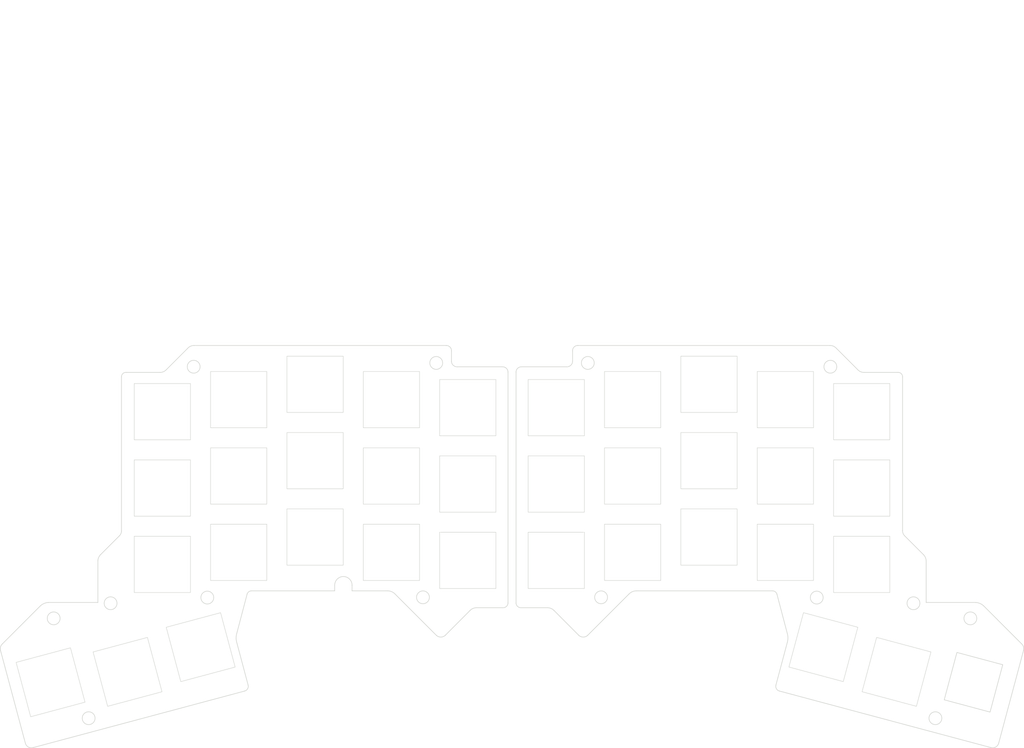
<source format=kicad_pcb>
(kicad_pcb (version 20211014) (generator pcbnew)
  (layers (0 "F.Cu" signal) (31 "B.Cu" signal) (34 "B.Paste" user) (35 "F.Paste" user) (36 "B.SilkS" user "B.Silkscreen") (37 "F.SilkS" user "F.Silkscreen") (38 "B.Mask" user) (39 "F.Mask" user) (44 "Edge.Cuts" user))
  (net 0 "")
  (footprint "jw_custom_footprint:CherryMX_Hotswap_cutout_switch_plate" (layer "F.Cu") (at 177.48662 97.331594)
    (fp_text reference "SW12" hide)
    (fp_text value "SW12")
    (fp_rect (start -7 -7) (end 7 7) (layer "Edge.Cuts") (width 0.12) (fill none))
  )
  (footprint "jw_custom_footprint:CherryMX_Hotswap_cutout_switch_plate" (layer "F.Cu") (at 177.48662 78.331994)
    (fp_text reference "SW7" hide)
    (fp_text value "SW7")
    (fp_rect (start -7 -7) (end 7 7) (layer "Edge.Cuts") (width 0.12) (fill none))
  )
  (footprint "jw_custom_footprint:RotaryEncoder_Alps_EC11E-Switch_Vertical_H20mm_cutout_switch_plate" (layer "F.Cu") (at 262.29748 129.657313 165)
    (fp_text reference "EC1" hide)
    (fp_text value "Rotary_Encoder_Switch")
    (fp_rect (start -5.9 -6.1) (end 5.9 6.1) (layer "Edge.Cuts") (width 0.15) (fill none))
  )
  (footprint "jw_custom_footprint:MountingHole_3.2mm_M3_cutout" (layer "F.Cu") (at 226.687447 51.14375)
    (fp_text reference "TH1" hide)
    (fp_text value "HOLE")
    (fp_circle (center 0 0) (end 1.6 0) (layer "Edge.Cuts") (width 0.15) (fill none))
  )
  (footprint "jw_custom_footprint:CherryMX_Hotswap_cutout_switch_plate" (layer "F.Cu") (at 158.48642 61.330994)
    (fp_text reference "SW1" hide)
    (fp_text value "SW1")
    (fp_rect (start -7 -7) (end 7 7) (layer "Edge.Cuts") (width 0.12) (fill none))
  )
  (footprint "jw_custom_footprint:CherryMX_Hotswap_cutout_switch_plate" (layer "F.Cu") (at 158.48642 80.331394)
    (fp_text reference "SW6" hide)
    (fp_text value "SW6")
    (fp_rect (start -7 -7) (end 7 7) (layer "Edge.Cuts") (width 0.12) (fill none))
  )
  (footprint "jw_custom_footprint:MountingHole_3.2mm_M3_cutout" (layer "F.Cu") (at 223.296492 108.5822)
    (fp_text reference "TH4" hide)
    (fp_text value "HOLE")
    (fp_circle (center 0 0) (end 1.6 0) (layer "Edge.Cuts") (width 0.15) (fill none))
  )
  (footprint "jw_custom_footprint:MountingHole_3.2mm_M3_cutout" (layer "F.Cu") (at 247.36228 109.997713 180)
    (fp_text reference "MCU_1" hide)
    (fp_text value "HOLE")
    (fp_circle (center 0 0) (end 1.6 0) (layer "Edge.Cuts") (width 0.15) (fill none))
  )
  (footprint "jw_custom_footprint:MountingHole_3.2mm_M3_cutout" (layer "F.Cu") (at 169.639047 108.51955)
    (fp_text reference "TH3" hide)
    (fp_text value "HOLE")
    (fp_circle (center 0 0) (end 1.6 0) (layer "Edge.Cuts") (width 0.15) (fill none))
  )
  (footprint "jw_custom_footprint:MountingHole_3.2mm_M3_cutout" (layer "F.Cu") (at 261.522054 113.756913)
    (fp_text reference "MCU_2" hide)
    (fp_text value "HOLE")
    (fp_circle (center 0 0) (end 1.6 0) (layer "Edge.Cuts") (width 0.15) (fill none))
  )
  (footprint "jw_custom_footprint:CherryMX_Hotswap_cutout_switch_plate" (layer "F.Cu") (at 243.14588 127.066513 -15)
    (fp_text reference "SW19" hide)
    (fp_text value "SW19")
    (fp_rect (start -7 -7) (end 7 7) (layer "Edge.Cuts") (width 0.12) (fill none))
  )
  (footprint "jw_custom_footprint:CherryMX_Hotswap_cutout_switch_plate" (layer "F.Cu") (at 196.48602 93.521794)
    (fp_text reference "SW13" hide)
    (fp_text value "SW13")
    (fp_rect (start -7 -7) (end 7 7) (layer "Edge.Cuts") (width 0.12) (fill none))
  )
  (footprint "jw_custom_footprint:MountingHole_3.2mm_M3_cutout" (layer "F.Cu") (at 252.82328 138.598113)
    (fp_text reference "TH5" hide)
    (fp_text value "HOLE")
    (fp_circle (center 0 0) (end 1.6 0) (layer "Edge.Cuts") (width 0.15) (fill none))
  )
  (footprint "jw_custom_footprint:CherryMX_Hotswap_cutout_switch_plate" (layer "F.Cu") (at 215.48622 59.331834)
    (fp_text reference "SW4" hide)
    (fp_text value "SW4")
    (fp_rect (start -7 -7) (end 7 7) (layer "Edge.Cuts") (width 0.12) (fill none))
  )
  (footprint "jw_custom_footprint:CherryMX_Hotswap_cutout_switch_plate" (layer "F.Cu") (at 177.48662 59.332394)
    (fp_text reference "SW2" hide)
    (fp_text value "SW2")
    (fp_rect (start -7 -7) (end 7 7) (layer "Edge.Cuts") (width 0.12) (fill none))
  )
  (footprint "jw_custom_footprint:CherryMX_Hotswap_cutout_switch_plate" (layer "F.Cu") (at 234.485918 62.332394)
    (fp_text reference "SW5" hide)
    (fp_text value "SW5")
    (fp_rect (start -7 -7) (end 7 7) (layer "Edge.Cuts") (width 0.12) (fill none))
  )
  (footprint "jw_custom_footprint:CherryMX_Hotswap_cutout_switch_plate" (layer "F.Cu") (at 215.48622 97.332194)
    (fp_text reference "SW14" hide)
    (fp_text value "SW14")
    (fp_rect (start -7 -7) (end 7 7) (layer "Edge.Cuts") (width 0.12) (fill none))
  )
  (footprint "jw_custom_footprint:CherryMX_Hotswap_cutout_switch_plate" (layer "F.Cu") (at 224.946054 120.920119 -15)
    (fp_text reference "SW18" hide)
    (fp_text value "SW18")
    (fp_rect (start -7 -7) (end 7 7) (layer "Edge.Cuts") (width 0.12) (fill none))
  )
  (footprint "jw_custom_footprint:CherryMX_Hotswap_cutout_switch_plate" (layer "F.Cu") (at 234.485918 100.332194)
    (fp_text reference "SW15" hide)
    (fp_text value "SW15")
    (fp_rect (start -7 -7) (end 7 7) (layer "Edge.Cuts") (width 0.12) (fill none))
  )
  (footprint "jw_custom_footprint:CherryMX_Hotswap_cutout_switch_plate" (layer "F.Cu") (at 215.48622 78.331794)
    (fp_text reference "SW9" hide)
    (fp_text value "SW9")
    (fp_rect (start -7 -7) (end 7 7) (layer "Edge.Cuts") (width 0.12) (fill none))
  )
  (footprint "jw_custom_footprint:CherryMX_Hotswap_cutout_switch_plate" (layer "F.Cu") (at 234.485918 81.332194)
    (fp_text reference "SW10" hide)
    (fp_text value "SW10")
    (fp_rect (start -7 -7) (end 7 7) (layer "Edge.Cuts") (width 0.12) (fill none))
  )
  (footprint "jw_custom_footprint:CherryMX_Hotswap_cutout_switch_plate" (layer "F.Cu") (at 196.48602 55.521634)
    (fp_text reference "SW3" hide)
    (fp_text value "SW3")
    (fp_rect (start -7 -7) (end 7 7) (layer "Edge.Cuts") (width 0.12) (fill none))
  )
  (footprint "jw_custom_footprint:MountingHole_3.2mm_M3_cutout" (layer "F.Cu") (at 166.33628 50.201913)
    (fp_text reference "TH2" hide)
    (fp_text value "HOLE")
    (fp_circle (center 0 0) (end 1.6 0) (layer "Edge.Cuts") (width 0.15) (fill none))
  )
  (footprint "jw_custom_footprint:CherryMX_Hotswap_cutout_switch_plate" (layer "F.Cu") (at 196.48602 74.521594)
    (fp_text reference "SW8" hide)
    (fp_text value "SW8")
    (fp_rect (start -7 -7) (end 7 7) (layer "Edge.Cuts") (width 0.12) (fill none))
  )
  (footprint "jw_custom_footprint:CherryMX_Hotswap_cutout_switch_plate" (layer "F.Cu") (at 158.48642 99.331794)
    (fp_text reference "SW11" hide)
    (fp_text value "SW11")
    (fp_rect (start -7 -7) (end 7 7) (layer "Edge.Cuts") (width 0.12) (fill none))
  )
  (footprint "jw_custom_footprint:CherryMX_Hotswap_cutout_switch_plate" (layer "B.Cu") (at 79.47142 78.331794 180)
    (fp_text reference "SW9" hide)
    (fp_text value "SW9")
    (fp_rect (start -7 7) (end 7 -7) (layer "Edge.Cuts") (width 0.12) (fill none))
  )
  (footprint "jw_custom_footprint:CherryMX_Hotswap_cutout_switch_plate" (layer "B.Cu") (at 136.47122 80.331394 180)
    (fp_text reference "SW6" hide)
    (fp_text value "SW6")
    (fp_rect (start -7 7) (end 7 -7) (layer "Edge.Cuts") (width 0.12) (fill none))
  )
  (footprint "jw_custom_footprint:CherryMX_Hotswap_cutout_switch_plate" (layer "B.Cu") (at 136.47122 99.331794 180)
    (fp_text reference "SW11" hide)
    (fp_text value "SW11")
    (fp_rect (start -7 7) (end 7 -7) (layer "Edge.Cuts") (width 0.12) (fill none))
  )
  (footprint "jw_custom_footprint:CherryMX_Hotswap_cutout_switch_plate" (layer "B.Cu") (at 51.81176 127.066513 -165)
    (fp_text reference "SW19" hide)
    (fp_text value "SW19")
    (fp_rect (start -7 7) (end 7 -7) (layer "Edge.Cuts") (width 0.12) (fill none))
  )
  (footprint "jw_custom_footprint:CherryMX_Hotswap_cutout_switch_plate" (layer "B.Cu") (at 79.47142 97.332194 180)
    (fp_text reference "SW14" hide)
    (fp_text value "SW14")
    (fp_rect (start -7 7) (end 7 -7) (layer "Edge.Cuts") (width 0.12) (fill none))
  )
  (footprint "jw_custom_footprint:MountingHole_3.2mm_M3_cutout" (layer "B.Cu") (at 125.318593 108.51955 180)
    (fp_text reference "TH3" hide)
    (fp_text value "HOLE")
    (fp_circle (center 0 0) (end 1.6 0) (layer "Edge.Cuts") (width 0.15) (fill none))
  )
  (footprint "jw_custom_footprint:MountingHole_3.2mm_M3_cutout" (layer "B.Cu") (at 42.13436 138.598113 180)
    (fp_text reference "TH5" hide)
    (fp_text value "HOLE")
    (fp_circle (center 0 0) (end 1.6 0) (layer "Edge.Cuts") (width 0.15) (fill none))
  )
  (footprint "jw_custom_footprint:MountingHole_3.2mm_M3_cutout" (layer "B.Cu") (at 47.59536 109.997713)
    (fp_text reference "MCU_1" hide)
    (fp_text value "HOLE")
    (fp_circle (center 0 0) (end 1.6 0) (layer "Edge.Cuts") (width 0.15) (fill none))
  )
  (footprint "jw_custom_footprint:MountingHole_3.2mm_M3_cutout" (layer "B.Cu") (at 33.435586 113.756913 180)
    (fp_text reference "MCU_2" hide)
    (fp_text value "HOLE")
    (fp_circle (center 0 0) (end 1.6 0) (layer "Edge.Cuts") (width 0.15) (fill none))
  )
  (footprint "jw_custom_footprint:CherryMX_Hotswap_cutout_switch_plate" (layer "B.Cu") (at 136.47122 61.330994 180)
    (fp_text reference "SW1" hide)
    (fp_text value "SW1")
    (fp_rect (start -7 7) (end 7 -7) (layer "Edge.Cuts") (width 0.12) (fill none))
  )
  (footprint "jw_custom_footprint:CherryMX_Hotswap_cutout_switch_plate" (layer "B.Cu") (at 60.471722 81.332194 180)
    (fp_text reference "SW10" hide)
    (fp_text value "SW10")
    (fp_rect (start -7 7) (end 7 -7) (layer "Edge.Cuts") (width 0.12) (fill none))
  )
  (footprint "jw_custom_footprint:CherryMX_Hotswap_cutout_switch_plate" (layer "B.Cu") (at 117.47102 78.331994 180)
    (fp_text reference "SW7" hide)
    (fp_text value "SW7")
    (fp_rect (start -7 7) (end 7 -7) (layer "Edge.Cuts") (width 0.12) (fill none))
  )
  (footprint "jw_custom_footprint:CherryMX_Hotswap_cutout_switch_plate" (layer "B.Cu") (at 98.47162 74.521594 180)
    (fp_text reference "SW8" hide)
    (fp_text value "SW8")
    (fp_rect (start -7 7) (end 7 -7) (layer "Edge.Cuts") (width 0.12) (fill none))
  )
  (footprint "jw_custom_footprint:CherryMX_Hotswap_cutout_switch_plate" (layer "B.Cu") (at 117.47102 97.331594 180)
    (fp_text reference "SW12" hide)
    (fp_text value "SW12")
    (fp_rect (start -7 7) (end 7 -7) (layer "Edge.Cuts") (width 0.12) (fill none))
  )
  (footprint "jw_custom_footprint:CherryMX_Hotswap_cutout_switch_plate" (layer "B.Cu") (at 98.47162 55.521634 180)
    (fp_text reference "SW3" hide)
    (fp_text value "SW3")
    (fp_rect (start -7 7) (end 7 -7) (layer "Edge.Cuts") (width 0.12) (fill none))
  )
  (footprint "jw_custom_footprint:CherryMX_Hotswap_cutout_switch_plate" (layer "B.Cu") (at 98.47162 93.521794 180)
    (fp_text reference "SW13" hide)
    (fp_text value "SW13")
    (fp_rect (start -7 7) (end 7 -7) (layer "Edge.Cuts") (width 0.12) (fill none))
  )
  (footprint "jw_custom_footprint:CherryMX_Hotswap_cutout_switch_plate" (layer "B.Cu") (at 117.47102 59.332394 180)
    (fp_text reference "SW2" hide)
    (fp_text value "SW2")
    (fp_rect (start -7 7) (end 7 -7) (layer "Edge.Cuts") (width 0.12) (fill none))
  )
  (footprint "jw_custom_footprint:CherryMX_Hotswap_cutout_switch_plate" (layer "B.Cu") (at 60.471722 62.332394 180)
    (fp_text reference "SW5" hide)
    (fp_text value "SW5")
    (fp_rect (start -7 7) (end 7 -7) (layer "Edge.Cuts") (width 0.12) (fill none))
  )
  (footprint "jw_custom_footprint:CherryMX_Hotswap_cutout_switch_plate" (layer "B.Cu") (at 70.011586 120.920119 -165)
    (fp_text reference "SW18" hide)
    (fp_text value "SW18")
    (fp_rect (start -7 7) (end 7 -7) (layer "Edge.Cuts") (width 0.12) (fill none))
  )
  (footprint "jw_custom_footprint:CherryMX_Hotswap_cutout_switch_plate" (layer "B.Cu") (at 32.66016 129.657311 -165)
    (fp_text reference "SW20" hide)
    (fp_text value "SW20")
    (fp_rect (start -7 7) (end 7 -7) (layer "Edge.Cuts") (width 0.12) (fill none))
  )
  (footprint "jw_custom_footprint:CherryMX_Hotswap_cutout_switch_plate" (layer "B.Cu") (at 60.471722 100.332194 180)
    (fp_text reference "SW15" hide)
    (fp_text value "SW15")
    (fp_rect (start -7 7) (end 7 -7) (layer "Edge.Cuts") (width 0.12) (fill none))
  )
  (footprint "jw_custom_footprint:MountingHole_3.2mm_M3_cutout" (layer "B.Cu") (at 71.661148 108.5822 180)
    (fp_text reference "TH4" hide)
    (fp_text value "HOLE")
    (fp_circle (center 0 0) (end 1.6 0) (layer "Edge.Cuts") (width 0.15) (fill none))
  )
  (footprint "jw_custom_footprint:CherryMX_Hotswap_cutout_switch_plate" (layer "B.Cu") (at 79.47142 59.331834 180)
    (fp_text reference "SW4" hide)
    (fp_text value "SW4")
    (fp_rect (start -7 7) (end 7 -7) (layer "Edge.Cuts") (width 0.12) (fill none))
  )
  (footprint "jw_custom_footprint:MountingHole_3.2mm_M3_cutout" (layer "B.Cu") (at 128.62136 50.201913 180)
    (fp_text reference "TH2" hide)
    (fp_text value "HOLE")
    (fp_circle (center 0 0) (end 1.6 0) (layer "Edge.Cuts") (width 0.15) (fill none))
  )
  (footprint "jw_custom_footprint:MountingHole_3.2mm_M3_cutout" (layer "B.Cu") (at 68.270193 51.14375 180)
    (fp_text reference "TH1" hide)
    (fp_text value "HOLE")
    (fp_circle (center 0 0) (end 1.6 0) (layer "Edge.Cuts") (width 0.15) (fill none))
  )
  (gr_arc (start 137.002593 111.824319) (mid 137.786061 111.283934) (end 138.721993 111.111119) (layer "Edge.Cuts") (width 0.15))
  (gr_line (start 245.191292 93.2434) (end 249.915692 97.9678) (layer "Edge.Cuts") (width 0.15))
  (gr_arc (start 61.450348 51.8922) (mid 60.757992 52.383111) (end 59.926348 52.5526) (layer "Edge.Cuts") (width 0.15))
  (gr_arc (start 148.47882 52.461429) (mid 148.880529 51.539812) (end 149.814292 51.167234) (layer "Edge.Cuts") (width 0.15))
  (gr_arc (start 235.031292 52.5526) (mid 234.199638 52.383133) (end 233.507292 51.8922) (layer "Edge.Cuts") (width 0.15))
  (gr_arc (start 149.609654 111.111119) (mid 148.821648 110.739338) (end 148.47882 109.938319) (layer "Edge.Cuts") (width 0.15))
  (gr_arc (start 215.960984 117.475) (mid 216.127306 118.59118) (end 215.981292 119.7102) (layer "Edge.Cuts") (width 0.15))
  (gr_arc (start 103.360348 105.5116) (mid 105.519348 103.3526) (end 107.678348 105.5116) (layer "Edge.Cuts") (width 0.15))
  (gr_line (start 164.042221 117.9322) (end 157.955047 111.824319) (layer "Edge.Cuts") (width 0.15))
  (gr_arc (start 162.546778 47.218194) (mid 162.903066 46.257679) (end 163.84708 45.8597) (layer "Edge.Cuts") (width 0.15))
  (gr_line (start 118.397148 107.7214) (end 128.658748 117.983) (layer "Edge.Cuts") (width 0.15))
  (gr_line (start 20.67136 120.106913) (end 30.106748 110.6678) (layer "Edge.Cuts") (width 0.15))
  (gr_arc (start 81.821148 130.3782) (mid 81.672145 131.306095) (end 80.906748 131.8514) (layer "Edge.Cuts") (width 0.15))
  (gr_arc (start 214.050892 131.8514) (mid 213.285494 131.306095) (end 213.136492 130.3782) (layer "Edge.Cuts") (width 0.15))
  (gr_line (start 215.960984 117.475) (end 213.390492 107.7214) (layer "Edge.Cuts") (width 0.15))
  (gr_line (start 20.21416 121.757913) (end 26.388284 144.811616) (layer "Edge.Cuts") (width 0.15))
  (gr_arc (start 66.784348 46.5582) (mid 67.496518 46.039337) (end 68.359148 45.8597) (layer "Edge.Cuts") (width 0.15))
  (gr_arc (start 50.307808 53.6702) (mid 50.635012 52.86741) (end 51.442748 52.5526) (layer "Edge.Cuts") (width 0.15))
  (gr_line (start 145.347986 111.111119) (end 138.721993 111.111119) (layer "Edge.Cuts") (width 0.15))
  (gr_line (start 103.360348 106.9086) (end 103.360348 105.5116) (layer "Edge.Cuts") (width 0.15))
  (gr_line (start 228.173292 46.5582) (end 233.507292 51.8922) (layer "Edge.Cuts") (width 0.15))
  (gr_line (start 103.360348 106.9086) (end 82.633948 106.9086) (layer "Edge.Cuts") (width 0.15))
  (gr_arc (start 245.191292 93.2434) (mid 244.786844 92.637815) (end 244.649832 91.9226) (layer "Edge.Cuts") (width 0.15))
  (gr_arc (start 226.598492 45.8597) (mid 227.461117 46.039349) (end 228.173292 46.5582) (layer "Edge.Cuts") (width 0.15))
  (gr_arc (start 116.579913 106.9086) (mid 117.56896 107.135173) (end 118.397148 107.7214) (layer "Edge.Cuts") (width 0.15))
  (gr_line (start 166.298892 117.983) (end 176.560492 107.7214) (layer "Edge.Cuts") (width 0.15))
  (gr_arc (start 28.31484 145.913313) (mid 27.122157 145.76361) (end 26.388284 144.811616) (layer "Edge.Cuts") (width 0.15))
  (gr_line (start 81.567148 107.7214) (end 78.996656 117.475) (layer "Edge.Cuts") (width 0.15))
  (gr_arc (start 176.560492 107.7214) (mid 177.388673 107.135159) (end 178.377727 106.9086) (layer "Edge.Cuts") (width 0.15))
  (gr_line (start 107.678348 106.9086) (end 107.678348 105.5116) (layer "Edge.Cuts") (width 0.15))
  (gr_line (start 81.821148 130.3782) (end 78.976348 119.7102) (layer "Edge.Cuts") (width 0.15))
  (gr_line (start 264.850892 110.6678) (end 274.28628 120.106913) (layer "Edge.Cuts") (width 0.15))
  (gr_arc (start 81.567148 107.7214) (mid 81.970087 107.143762) (end 82.633948 106.9086) (layer "Edge.Cuts") (width 0.15))
  (gr_arc (start 30.106748 110.6678) (mid 31.022149 110.063479) (end 32.087948 109.8042) (layer "Edge.Cuts") (width 0.15))
  (gr_arc (start 212.323692 106.9086) (mid 212.987537 107.143783) (end 213.390492 107.7214) (layer "Edge.Cuts") (width 0.15))
  (gr_line (start 116.579913 106.9086) (end 107.678348 106.9086) (layer "Edge.Cuts") (width 0.15))
  (gr_arc (start 20.21416 121.757913) (mid 20.214566 120.869219) (end 20.67136 120.106913) (layer "Edge.Cuts") (width 0.15))
  (gr_arc (start 262.869692 109.8042) (mid 263.935481 110.063501) (end 264.850892 110.6678) (layer "Edge.Cuts") (width 0.15))
  (gr_line (start 146.47882 109.938319) (end 146.47882 52.461429) (layer "Edge.Cuts") (width 0.15))
  (gr_line (start 226.598492 45.8597) (end 163.84708 45.8597) (layer "Edge.Cuts") (width 0.15))
  (gr_line (start 44.432348 109.8042) (end 44.432348 99.3902) (layer "Edge.Cuts") (width 0.15))
  (gr_line (start 137.002593 111.824319) (end 130.915419 117.9322) (layer "Edge.Cuts") (width 0.15))
  (gr_line (start 149.814292 51.167234) (end 161.152975 51.167234) (layer "Edge.Cuts") (width 0.15))
  (gr_line (start 244.649832 53.6702) (end 244.649832 91.9226) (layer "Edge.Cuts") (width 0.15))
  (gr_arc (start 78.976348 119.7102) (mid 78.830322 118.59118) (end 78.996656 117.475) (layer "Edge.Cuts") (width 0.15))
  (gr_line (start 50.307808 92.034201) (end 50.307808 53.6702) (layer "Edge.Cuts") (width 0.15))
  (gr_line (start 262.869692 109.8042) (end 250.525292 109.8042) (layer "Edge.Cuts") (width 0.15))
  (gr_arc (start 131.11056 45.8597) (mid 132.05459 46.257663) (end 132.410862 47.218194) (layer "Edge.Cuts") (width 0.15))
  (gr_arc (start 50.307808 92.034201) (mid 50.14945 92.689119) (end 49.766348 93.2434) (layer "Edge.Cuts") (width 0.15))
  (gr_arc (start 156.235647 111.111119) (mid 157.171576 111.283942) (end 157.955047 111.824319) (layer "Edge.Cuts") (width 0.15))
  (gr_line (start 156.235647 111.111119) (end 149.609654 111.111119) (layer "Edge.Cuts") (width 0.15))
  (gr_line (start 45.041948 97.9678) (end 49.766348 93.2434) (layer "Edge.Cuts") (width 0.15))
  (gr_line (start 268.569356 144.811616) (end 274.74348 121.757913) (layer "Edge.Cuts") (width 0.15))
  (gr_line (start 80.906748 131.8514) (end 28.31484 145.913313) (layer "Edge.Cuts") (width 0.15))
  (gr_arc (start 130.915419 117.9322) (mid 129.79728 118.409937) (end 128.658748 117.983) (layer "Edge.Cuts") (width 0.15))
  (gr_arc (start 146.47882 109.938319) (mid 146.135977 110.739324) (end 145.347986 111.111119) (layer "Edge.Cuts") (width 0.15))
  (gr_arc (start 268.569356 144.811616) (mid 267.83546 145.76357) (end 266.6428 145.913313) (layer "Edge.Cuts") (width 0.15))
  (gr_arc (start 162.546778 49.769029) (mid 162.138247 50.755606) (end 161.152975 51.167234) (layer "Edge.Cuts") (width 0.15))
  (gr_line (start 243.514892 52.5526) (end 235.031292 52.5526) (layer "Edge.Cuts") (width 0.15))
  (gr_line (start 250.525292 99.3902) (end 250.525292 109.8042) (layer "Edge.Cuts") (width 0.15))
  (gr_line (start 212.323692 106.9086) (end 178.377727 106.9086) (layer "Edge.Cuts") (width 0.15))
  (gr_line (start 132.410862 49.769029) (end 132.410862 47.218194) (layer "Edge.Cuts") (width 0.15))
  (gr_arc (start 243.514892 52.5526) (mid 244.322636 52.867401) (end 244.649832 53.6702) (layer "Edge.Cuts") (width 0.15))
  (gr_line (start 131.11056 45.8597) (end 68.359148 45.8597) (layer "Edge.Cuts") (width 0.15))
  (gr_arc (start 145.143348 51.167234) (mid 146.077092 51.539831) (end 146.47882 52.461429) (layer "Edge.Cuts") (width 0.15))
  (gr_line (start 148.47882 52.461429) (end 148.47882 109.938319) (layer "Edge.Cuts") (width 0.15))
  (gr_line (start 59.926348 52.5526) (end 51.442748 52.5526) (layer "Edge.Cuts") (width 0.15))
  (gr_arc (start 274.28628 120.106913) (mid 274.743061 120.869223) (end 274.74348 121.757913) (layer "Edge.Cuts") (width 0.15))
  (gr_arc (start 133.804665 51.167234) (mid 132.81942 50.755579) (end 132.410862 49.769029) (layer "Edge.Cuts") (width 0.15))
  (gr_line (start 133.804665 51.167234) (end 145.143348 51.167234) (layer "Edge.Cuts") (width 0.15))
  (gr_line (start 266.6428 145.913313) (end 214.050892 131.8514) (layer "Edge.Cuts") (width 0.15))
  (gr_line (start 162.546778 47.218194) (end 162.546778 49.769029) (layer "Edge.Cuts") (width 0.15))
  (gr_arc (start 166.298892 117.983) (mid 165.160359 118.410006) (end 164.042221 117.9322) (layer "Edge.Cuts") (width 0.15))
  (gr_line (start 61.450348 51.8922) (end 66.784348 46.5582) (layer "Edge.Cuts") (width 0.15))
  (gr_line (start 44.432348 109.8042) (end 32.087948 109.8042) (layer "Edge.Cuts") (width 0.15))
  (gr_arc (start 44.432348 99.3902) (mid 44.619547 98.628602) (end 45.041948 97.9678) (layer "Edge.Cuts") (width 0.15))
  (gr_line (start 215.981292 119.7102) (end 213.136492 130.3782) (layer "Edge.Cuts") (width 0.15))
  (gr_arc (start 249.915692 97.9678) (mid 250.338111 98.628592) (end 250.525292 99.3902) (layer "Edge.Cuts") (width 0.15))
)
</source>
